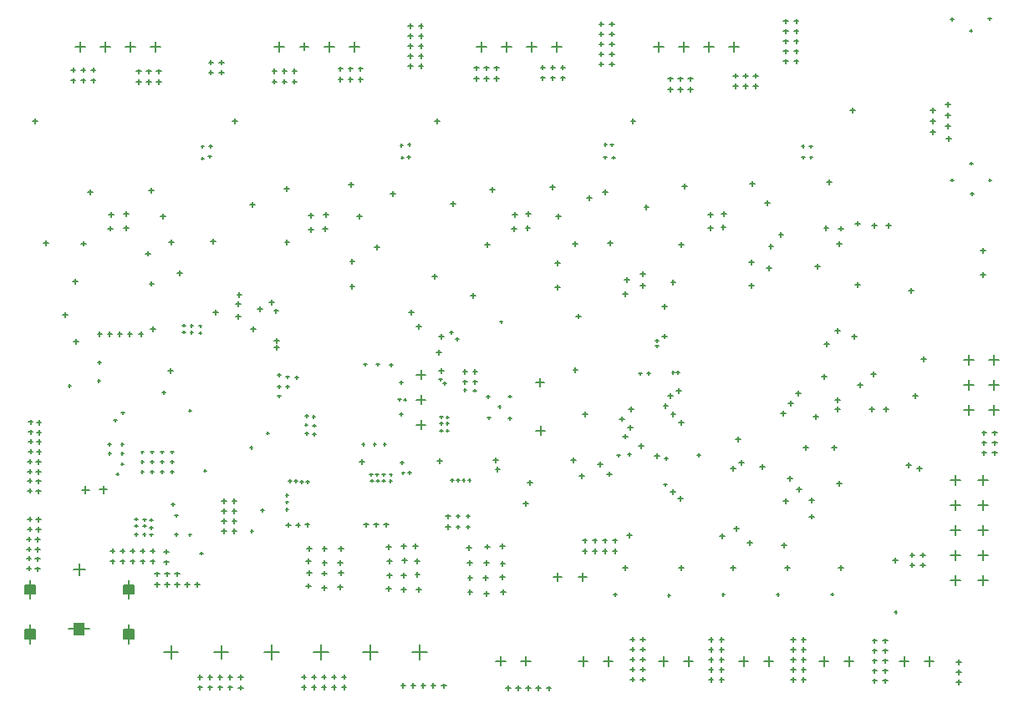
<source format=gbr>
G04 Layer_Color=128*
%FSLAX26Y26*%
%MOIN*%
%TF.FileFunction,Drillmap*%
%TF.Part,Single*%
G01*
G75*
%TA.AperFunction,NonConductor*%
%ADD317C,0.005000*%
D317*
X-2373000Y1295000D02*
X-2337000D01*
X-2355000Y1277000D02*
Y1313000D01*
X-2373000Y1195000D02*
X-2337000D01*
X-2355000Y1177000D02*
Y1213000D01*
X-2373000Y1095000D02*
X-2337000D01*
X-2355000Y1077000D02*
Y1113000D01*
X-1626236Y150843D02*
X-1588835D01*
X-1607535Y132142D02*
Y169543D01*
X-1726236Y150843D02*
X-1688835D01*
X-1707535Y132142D02*
Y169543D01*
X-1306236Y150843D02*
X-1268835D01*
X-1287535Y132142D02*
Y169543D01*
X-1406236Y150843D02*
X-1368835D01*
X-1387535Y132142D02*
Y169543D01*
X-986236Y150843D02*
X-948835D01*
X-967535Y132142D02*
Y169543D01*
X-1086236Y150843D02*
X-1048835D01*
X-1067535Y132142D02*
Y169543D01*
X-766236Y150843D02*
X-728835D01*
X-747535Y132142D02*
Y169543D01*
X-666236Y150843D02*
X-628835D01*
X-647535Y132142D02*
Y169543D01*
X-346236Y150843D02*
X-308835D01*
X-327535Y132142D02*
Y169543D01*
X-446236Y150843D02*
X-408835D01*
X-427535Y132142D02*
Y169543D01*
X-1326988Y2604843D02*
X-1287988D01*
X-1307488Y2585343D02*
Y2624343D01*
X-1426988Y2604843D02*
X-1387988D01*
X-1407488Y2585343D02*
Y2624343D01*
X-1226988Y2604843D02*
X-1187988D01*
X-1207488Y2585343D02*
Y2624343D01*
X-1126988Y2604843D02*
X-1087988D01*
X-1107488Y2585343D02*
Y2624343D01*
X-1834035Y2604843D02*
X-1795035D01*
X-1814535Y2585343D02*
Y2624343D01*
X-1934035Y2604843D02*
X-1895035D01*
X-1914535Y2585343D02*
Y2624343D01*
X-2134035Y2604843D02*
X-2095035D01*
X-2114535Y2585343D02*
Y2624343D01*
X-2034035Y2604843D02*
X-1995035D01*
X-2014535Y2585343D02*
Y2624343D01*
X-2639035Y2604843D02*
X-2600035D01*
X-2619535Y2585343D02*
Y2624343D01*
X-2739035Y2604843D02*
X-2700035D01*
X-2719535Y2585343D02*
Y2624343D01*
X-2939035Y2604843D02*
X-2900035D01*
X-2919535Y2585343D02*
Y2624343D01*
X-2835283Y2604843D02*
X-2803787D01*
X-2819535Y2589095D02*
Y2620590D01*
X-3434035Y2604843D02*
X-3395035D01*
X-3414535Y2585343D02*
Y2624343D01*
X-3534035Y2604843D02*
X-3495035D01*
X-3514535Y2585343D02*
Y2624343D01*
X-3734035Y2604843D02*
X-3695035D01*
X-3714535Y2585343D02*
Y2624343D01*
X-3634035Y2604843D02*
X-3595035D01*
X-3614535Y2585343D02*
Y2624343D01*
X-2390985Y186843D02*
X-2330985D01*
X-2360985Y156843D02*
Y216843D01*
X-2587835Y186843D02*
X-2527835D01*
X-2557835Y156843D02*
Y216843D01*
X-2981535Y186843D02*
X-2921535D01*
X-2951535Y156843D02*
Y216843D01*
X-89035Y1154842D02*
X-50035D01*
X-69535Y1135342D02*
Y1174342D01*
X-189035Y1354842D02*
X-150035D01*
X-169535Y1335342D02*
Y1374342D01*
X-89035Y1254842D02*
X-50035D01*
X-69535Y1235342D02*
Y1274342D01*
X-189035Y1154842D02*
X-150035D01*
X-169535Y1135342D02*
Y1174342D01*
X-189035Y1254842D02*
X-150035D01*
X-169535Y1235342D02*
Y1274342D01*
X-89035Y1354842D02*
X-50035D01*
X-69535Y1335342D02*
Y1374342D01*
X-1895621Y1071510D02*
X-1860621D01*
X-1878121Y1054010D02*
Y1089010D01*
X-1897035Y1263842D02*
X-1862035D01*
X-1879535Y1246342D02*
Y1281342D01*
X-2784685Y186843D02*
X-2724685D01*
X-2754685Y156843D02*
Y216843D01*
X-3179035Y186843D02*
X-3124035D01*
X-3151535Y159343D02*
Y214343D01*
X-3379035Y186843D02*
X-3324035D01*
X-3351535Y159343D02*
Y214343D01*
X-244457Y874842D02*
X-205087D01*
X-224772Y855158D02*
Y894528D01*
X-134220Y874842D02*
X-94850D01*
X-114535Y855158D02*
Y894528D01*
X-244457Y774842D02*
X-205087D01*
X-224772Y755158D02*
Y794528D01*
X-134220Y774842D02*
X-94850D01*
X-114535Y755158D02*
Y794528D01*
X-244457Y674842D02*
X-205087D01*
X-224772Y655158D02*
Y694528D01*
X-134220Y674842D02*
X-94850D01*
X-114535Y655158D02*
Y694528D01*
X-244457Y574842D02*
X-205087D01*
X-224772Y555158D02*
Y594528D01*
X-134220Y574842D02*
X-94850D01*
X-114535Y555158D02*
Y594528D01*
X-244457Y474842D02*
X-205087D01*
X-224772Y455158D02*
Y494527D01*
X-134220Y474842D02*
X-94850D01*
X-114535Y455158D02*
Y494527D01*
X-3707535Y834842D02*
X-3677535D01*
X-3692535Y819842D02*
Y849842D01*
X-3636535Y835842D02*
X-3606535D01*
X-3621535Y820842D02*
Y850842D01*
X-3540071Y277937D02*
X-3500701D01*
X-3520386Y258252D02*
Y297622D01*
X-3540071Y275937D02*
X-3500701D01*
X-3520386Y256252D02*
Y295622D01*
X-3540071Y273937D02*
X-3500701D01*
X-3520386Y254252D02*
Y293622D01*
X-3540071Y271937D02*
X-3500701D01*
X-3520386Y252252D02*
Y291622D01*
X-3540071Y269937D02*
X-3500701D01*
X-3520386Y250252D02*
Y289622D01*
X-3540071Y267937D02*
X-3500701D01*
X-3520386Y248252D02*
Y287622D01*
X-3540071Y267937D02*
X-3500701D01*
X-3520386Y248252D02*
Y287622D01*
X-3540071Y265937D02*
X-3500701D01*
X-3520386Y246252D02*
Y285622D01*
X-3540071Y263937D02*
X-3500701D01*
X-3520386Y244252D02*
Y283622D01*
X-3540071Y261937D02*
X-3500701D01*
X-3520386Y242252D02*
Y281622D01*
X-3540071Y259937D02*
X-3500701D01*
X-3520386Y240252D02*
Y279622D01*
X-3540071Y257937D02*
X-3500701D01*
X-3520386Y238252D02*
Y277622D01*
X-3540071Y261937D02*
X-3500701D01*
X-3520386Y242252D02*
Y281622D01*
X-3540071Y259937D02*
X-3500701D01*
X-3520386Y240252D02*
Y279622D01*
X-3540071Y257937D02*
X-3500701D01*
X-3520386Y238252D02*
Y277622D01*
X-3540071Y255937D02*
X-3500701D01*
X-3520386Y236252D02*
Y275622D01*
X-3540071Y253937D02*
X-3500701D01*
X-3520386Y234252D02*
Y273622D01*
X-3540071Y251937D02*
X-3500701D01*
X-3520386Y232252D02*
Y271622D01*
X-3540071Y251937D02*
X-3500701D01*
X-3520386Y232252D02*
Y271622D01*
X-3540071Y249937D02*
X-3500701D01*
X-3520386Y230252D02*
Y269622D01*
X-3540071Y247937D02*
X-3500701D01*
X-3520386Y228252D02*
Y267622D01*
X-3540071Y245937D02*
X-3500701D01*
X-3520386Y226252D02*
Y265622D01*
X-3540071Y243937D02*
X-3500701D01*
X-3520386Y224252D02*
Y263622D01*
X-3540071Y241937D02*
X-3500701D01*
X-3520386Y222252D02*
Y261622D01*
X-3540071Y259937D02*
X-3500701D01*
X-3520386Y240252D02*
Y279622D01*
X-3540071Y455102D02*
X-3500701D01*
X-3520386Y435417D02*
Y474787D01*
X-3540071Y453102D02*
X-3500701D01*
X-3520386Y433417D02*
Y472787D01*
X-3540071Y451102D02*
X-3500701D01*
X-3520386Y431417D02*
Y470787D01*
X-3540071Y449102D02*
X-3500701D01*
X-3520386Y429417D02*
Y468787D01*
X-3540071Y447102D02*
X-3500701D01*
X-3520386Y427417D02*
Y466787D01*
X-3540071Y445102D02*
X-3500701D01*
X-3520386Y425417D02*
Y464787D01*
X-3540071Y445102D02*
X-3500701D01*
X-3520386Y425417D02*
Y464787D01*
X-3540071Y443102D02*
X-3500701D01*
X-3520386Y423417D02*
Y462787D01*
X-3540071Y441102D02*
X-3500701D01*
X-3520386Y421417D02*
Y460787D01*
X-3540071Y439102D02*
X-3500701D01*
X-3520386Y419417D02*
Y458787D01*
X-3540071Y437102D02*
X-3500701D01*
X-3520386Y417417D02*
Y456787D01*
X-3540071Y435102D02*
X-3500701D01*
X-3520386Y415417D02*
Y454787D01*
X-3540071Y439102D02*
X-3500701D01*
X-3520386Y419417D02*
Y458787D01*
X-3540071Y437102D02*
X-3500701D01*
X-3520386Y417417D02*
Y456787D01*
X-3540071Y435102D02*
X-3500701D01*
X-3520386Y415417D02*
Y454787D01*
X-3540071Y433102D02*
X-3500701D01*
X-3520386Y413417D02*
Y452787D01*
X-3540071Y431102D02*
X-3500701D01*
X-3520386Y411417D02*
Y450787D01*
X-3540071Y429102D02*
X-3500701D01*
X-3520386Y409417D02*
Y448787D01*
X-3540071Y429102D02*
X-3500701D01*
X-3520386Y409417D02*
Y448787D01*
X-3540071Y427102D02*
X-3500701D01*
X-3520386Y407417D02*
Y446787D01*
X-3540071Y425102D02*
X-3500701D01*
X-3520386Y405417D02*
Y444787D01*
X-3540071Y423102D02*
X-3500701D01*
X-3520386Y403417D02*
Y442787D01*
X-3540071Y421102D02*
X-3500701D01*
X-3520386Y401417D02*
Y440787D01*
X-3540071Y419102D02*
X-3500701D01*
X-3520386Y399417D02*
Y438787D01*
X-3540071Y437102D02*
X-3500701D01*
X-3520386Y417417D02*
Y456787D01*
X-3761252Y279992D02*
X-3714008D01*
X-3737630Y256370D02*
Y303614D01*
X-3759252Y279992D02*
X-3712008D01*
X-3735630Y256370D02*
Y303614D01*
X-3757252Y279992D02*
X-3710008D01*
X-3733630Y256370D02*
Y303614D01*
X-3755252Y279992D02*
X-3708008D01*
X-3731630Y256370D02*
Y303614D01*
X-3753252Y279992D02*
X-3706008D01*
X-3729630Y256370D02*
Y303614D01*
X-3751252Y279992D02*
X-3704008D01*
X-3727630Y256370D02*
Y303614D01*
X-3751252Y279992D02*
X-3704008D01*
X-3727630Y256370D02*
Y303614D01*
X-3749252Y279992D02*
X-3702008D01*
X-3725630Y256370D02*
Y303614D01*
X-3747252Y279992D02*
X-3700008D01*
X-3723630Y256370D02*
Y303614D01*
X-3745252Y279992D02*
X-3698008D01*
X-3721630Y256370D02*
Y303614D01*
X-3743252Y279992D02*
X-3696008D01*
X-3719630Y256370D02*
Y303614D01*
X-3741252Y279992D02*
X-3694008D01*
X-3717630Y256370D02*
Y303614D01*
X-3745252Y279992D02*
X-3698008D01*
X-3721630Y256370D02*
Y303614D01*
X-3743252Y279992D02*
X-3696008D01*
X-3719630Y256370D02*
Y303614D01*
X-3741252Y279992D02*
X-3694008D01*
X-3717630Y256370D02*
Y303614D01*
X-3739252Y279992D02*
X-3692008D01*
X-3715630Y256370D02*
Y303614D01*
X-3737252Y279992D02*
X-3690008D01*
X-3713630Y256370D02*
Y303614D01*
X-3735252Y279992D02*
X-3688008D01*
X-3711630Y256370D02*
Y303614D01*
X-3735252Y279992D02*
X-3688008D01*
X-3711630Y256370D02*
Y303614D01*
X-3733252Y279992D02*
X-3686008D01*
X-3709630Y256370D02*
Y303614D01*
X-3731252Y279992D02*
X-3684008D01*
X-3707630Y256370D02*
Y303614D01*
X-3729252Y279992D02*
X-3682008D01*
X-3705630Y256370D02*
Y303614D01*
X-3727252Y279992D02*
X-3680008D01*
X-3703630Y256370D02*
Y303614D01*
X-3725252Y279992D02*
X-3678008D01*
X-3701630Y256370D02*
Y303614D01*
X-3739315Y279992D02*
X-3699945D01*
X-3719630Y260307D02*
Y299677D01*
X-3740307Y515968D02*
X-3693063D01*
X-3716685Y492346D02*
Y539591D01*
X-3933772Y259937D02*
X-3894402D01*
X-3914087Y240252D02*
Y279622D01*
X-3933772Y241937D02*
X-3894402D01*
X-3914087Y222252D02*
Y261622D01*
X-3933772Y243937D02*
X-3894402D01*
X-3914087Y224252D02*
Y263622D01*
X-3933772Y245937D02*
X-3894402D01*
X-3914087Y226252D02*
Y265622D01*
X-3933772Y247937D02*
X-3894402D01*
X-3914087Y228252D02*
Y267622D01*
X-3933772Y249937D02*
X-3894402D01*
X-3914087Y230252D02*
Y269622D01*
X-3933772Y251937D02*
X-3894402D01*
X-3914087Y232252D02*
Y271622D01*
X-3933772Y251937D02*
X-3894402D01*
X-3914087Y232252D02*
Y271622D01*
X-3933772Y253937D02*
X-3894402D01*
X-3914087Y234252D02*
Y273622D01*
X-3933772Y255937D02*
X-3894402D01*
X-3914087Y236252D02*
Y275622D01*
X-3933772Y257937D02*
X-3894402D01*
X-3914087Y238252D02*
Y277622D01*
X-3933772Y259937D02*
X-3894402D01*
X-3914087Y240252D02*
Y279622D01*
X-3933772Y261937D02*
X-3894402D01*
X-3914087Y242252D02*
Y281622D01*
X-3933772Y257937D02*
X-3894402D01*
X-3914087Y238252D02*
Y277622D01*
X-3933772Y259937D02*
X-3894402D01*
X-3914087Y240252D02*
Y279622D01*
X-3933772Y261937D02*
X-3894402D01*
X-3914087Y242252D02*
Y281622D01*
X-3933772Y263937D02*
X-3894402D01*
X-3914087Y244252D02*
Y283622D01*
X-3933772Y265937D02*
X-3894402D01*
X-3914087Y246252D02*
Y285622D01*
X-3933772Y267937D02*
X-3894402D01*
X-3914087Y248252D02*
Y287622D01*
X-3933772Y267937D02*
X-3894402D01*
X-3914087Y248252D02*
Y287622D01*
X-3933772Y269937D02*
X-3894402D01*
X-3914087Y250252D02*
Y289622D01*
X-3933772Y271937D02*
X-3894402D01*
X-3914087Y252252D02*
Y291622D01*
X-3933772Y273937D02*
X-3894402D01*
X-3914087Y254252D02*
Y293622D01*
X-3933772Y275937D02*
X-3894402D01*
X-3914087Y256252D02*
Y295622D01*
X-3933772Y277937D02*
X-3894402D01*
X-3914087Y258252D02*
Y297622D01*
X-3933772Y419102D02*
X-3894402D01*
X-3914087Y399417D02*
Y438787D01*
X-3933772Y421102D02*
X-3894402D01*
X-3914087Y401417D02*
Y440787D01*
X-3933772Y423102D02*
X-3894402D01*
X-3914087Y403417D02*
Y442787D01*
X-3933772Y425102D02*
X-3894402D01*
X-3914087Y405417D02*
Y444787D01*
X-3933772Y427102D02*
X-3894402D01*
X-3914087Y407417D02*
Y446787D01*
X-3933772Y429102D02*
X-3894402D01*
X-3914087Y409417D02*
Y448787D01*
X-3933772Y429102D02*
X-3894402D01*
X-3914087Y409417D02*
Y448787D01*
X-3933772Y431102D02*
X-3894402D01*
X-3914087Y411417D02*
Y450787D01*
X-3933772Y433102D02*
X-3894402D01*
X-3914087Y413417D02*
Y452787D01*
X-3933772Y435102D02*
X-3894402D01*
X-3914087Y415417D02*
Y454787D01*
X-3933772Y437102D02*
X-3894402D01*
X-3914087Y417417D02*
Y456787D01*
X-3933772Y439102D02*
X-3894402D01*
X-3914087Y419417D02*
Y458787D01*
X-3933772Y435102D02*
X-3894402D01*
X-3914087Y415417D02*
Y454787D01*
X-3933772Y437102D02*
X-3894402D01*
X-3914087Y417417D02*
Y456787D01*
X-3933772Y439102D02*
X-3894402D01*
X-3914087Y419417D02*
Y458787D01*
X-3933772Y441102D02*
X-3894402D01*
X-3914087Y421417D02*
Y460787D01*
X-3933772Y443102D02*
X-3894402D01*
X-3914087Y423417D02*
Y462787D01*
X-3933772Y445102D02*
X-3894402D01*
X-3914087Y425417D02*
Y464787D01*
X-3933772Y445102D02*
X-3894402D01*
X-3914087Y425417D02*
Y464787D01*
X-3933772Y447102D02*
X-3894402D01*
X-3914087Y427417D02*
Y466787D01*
X-3933772Y449102D02*
X-3894402D01*
X-3914087Y429417D02*
Y468787D01*
X-3933772Y451102D02*
X-3894402D01*
X-3914087Y431417D02*
Y470787D01*
X-3933772Y453102D02*
X-3894402D01*
X-3914087Y433417D02*
Y472787D01*
X-3933772Y455102D02*
X-3894402D01*
X-3914087Y435417D02*
Y474787D01*
X-3933772Y437102D02*
X-3894402D01*
X-3914087Y417417D02*
Y456787D01*
X-2055236Y151843D02*
X-2017835D01*
X-2036535Y133142D02*
Y170543D01*
X-1955236Y151843D02*
X-1917835D01*
X-1936535Y133142D02*
Y170543D01*
X-1728252Y486842D02*
X-1692819D01*
X-1710535Y469126D02*
Y504559D01*
X-1828252Y486842D02*
X-1792819D01*
X-1810535Y469126D02*
Y504559D01*
X-3436000Y656000D02*
X-3424000D01*
X-3430000Y650000D02*
Y662000D01*
X-3437000Y684000D02*
X-3425000D01*
X-3431000Y678000D02*
Y690000D01*
X-3437000Y715000D02*
X-3425000D01*
X-3431000Y709000D02*
Y721000D01*
X-3463000Y716000D02*
X-3451000D01*
X-3457000Y710000D02*
Y722000D01*
X-3463000Y692000D02*
X-3451000D01*
X-3457000Y686000D02*
Y698000D01*
X-3464000Y658000D02*
X-3452000D01*
X-3458000Y652000D02*
Y664000D01*
X-3496000Y658000D02*
X-3484000D01*
X-3490000Y652000D02*
Y664000D01*
X-2856000Y1283000D02*
X-2844000D01*
X-2850000Y1277000D02*
Y1289000D01*
X-2893000Y1286000D02*
X-2881000D01*
X-2887000Y1280000D02*
Y1292000D01*
X-2893000Y1247000D02*
X-2881000D01*
X-2887000Y1241000D02*
Y1253000D01*
X-2926000Y1209000D02*
X-2914000D01*
X-2920000Y1203000D02*
Y1215000D01*
X-2926000Y1248000D02*
X-2914000D01*
X-2920000Y1242000D02*
Y1254000D01*
X-2927000Y1293000D02*
X-2915000D01*
X-2921000Y1287000D02*
Y1299000D01*
X-3241000Y1489000D02*
X-3229000D01*
X-3235000Y1483000D02*
Y1495000D01*
X-3275000Y1491000D02*
X-3263000D01*
X-3269000Y1485000D02*
Y1497000D01*
X-3307000Y1492000D02*
X-3295000D01*
X-3301000Y1486000D02*
Y1498000D01*
X-3241000Y1462000D02*
X-3229000D01*
X-3235000Y1456000D02*
Y1468000D01*
X-3275000Y1463000D02*
X-3263000D01*
X-3269000Y1457000D02*
Y1469000D01*
X-3307000Y1465000D02*
X-3295000D01*
X-3301000Y1459000D02*
Y1471000D01*
X-2239000Y1463000D02*
X-2227000D01*
X-2233000Y1457000D02*
Y1469000D01*
X-2217000Y1438000D02*
X-2205000D01*
X-2211000Y1432000D02*
Y1444000D01*
X-2440000Y1138000D02*
X-2428000D01*
X-2434000Y1132000D02*
Y1144000D01*
X-2439000Y1264000D02*
X-2427000D01*
X-2433000Y1258000D02*
Y1270000D01*
X-2447000Y1196000D02*
X-2435000D01*
X-2441000Y1190000D02*
Y1202000D01*
X-2424000Y1195000D02*
X-2412000D01*
X-2418000Y1189000D02*
Y1201000D01*
X-1355000Y1304500D02*
X-1343000D01*
X-1349000Y1298500D02*
Y1310500D01*
X-1336000Y1304500D02*
X-1324000D01*
X-1330000Y1298500D02*
Y1310500D01*
X-2787000Y1058000D02*
X-2775000D01*
X-2781000Y1052000D02*
Y1064000D01*
X-2788000Y1128000D02*
X-2776000D01*
X-2782000Y1122000D02*
Y1134000D01*
X-2787000Y1092000D02*
X-2775000D01*
X-2781000Y1086000D02*
Y1098000D01*
X-2817000Y1060000D02*
X-2805000D01*
X-2811000Y1054000D02*
Y1066000D01*
X-2818000Y1095000D02*
X-2806000D01*
X-2812000Y1089000D02*
Y1101000D01*
X-2817000Y1131000D02*
X-2805000D01*
X-2811000Y1125000D02*
Y1137000D01*
X-2591000Y1017000D02*
X-2579000D01*
X-2585000Y1011000D02*
Y1023000D01*
X-2505000Y1017000D02*
X-2493000D01*
X-2499000Y1011000D02*
Y1023000D01*
X-2545000Y1018000D02*
X-2533000D01*
X-2539000Y1012000D02*
Y1024000D01*
X-2480000Y1334000D02*
X-2468000D01*
X-2474000Y1328000D02*
Y1340000D01*
X-2532000Y1336000D02*
X-2520000D01*
X-2526000Y1330000D02*
Y1342000D01*
X-2582000Y1336000D02*
X-2570000D01*
X-2576000Y1330000D02*
Y1342000D01*
X-2146000Y1232000D02*
X-2134000D01*
X-2140000Y1226000D02*
Y1238000D01*
X-2185000Y1233000D02*
X-2173000D01*
X-2179000Y1227000D02*
Y1239000D01*
X-2279000Y1072000D02*
X-2267000D01*
X-2273000Y1066000D02*
Y1078000D01*
X-2255000Y1072000D02*
X-2243000D01*
X-2249000Y1066000D02*
Y1078000D01*
X-2255000Y1101000D02*
X-2243000D01*
X-2249000Y1095000D02*
Y1107000D01*
X-2255000Y1125000D02*
X-2243000D01*
X-2249000Y1119000D02*
Y1131000D01*
X-2280000Y1100000D02*
X-2268000D01*
X-2274000Y1094000D02*
Y1106000D01*
X-2280000Y1126000D02*
X-2268000D01*
X-2274000Y1120000D02*
Y1132000D01*
X-2267000Y1261000D02*
X-2255000D01*
X-2261000Y1255000D02*
Y1267000D01*
X-2283000Y1276000D02*
X-2271000D01*
X-2277000Y1270000D02*
Y1282000D01*
X-1420000Y1430000D02*
X-1408000D01*
X-1414000Y1424000D02*
Y1436000D01*
X-1419535Y1409000D02*
X-1407535D01*
X-1413535Y1403000D02*
Y1415000D01*
X-1453000Y1300000D02*
X-1441000D01*
X-1447000Y1294000D02*
Y1306000D01*
X-1486000Y1299000D02*
X-1474000D01*
X-1480000Y1293000D02*
Y1305000D01*
X-2041000Y1506000D02*
X-2029000D01*
X-2035000Y1500000D02*
Y1512000D01*
X-3364843Y1311000D02*
X-3345157D01*
X-3355000Y1301158D02*
Y1320842D01*
X-2940843Y1403000D02*
X-2921157D01*
X-2931000Y1393158D02*
Y1412842D01*
X-2940843Y1430000D02*
X-2921157D01*
X-2931000Y1420158D02*
Y1439842D01*
X-3480535Y1456842D02*
X-3462535D01*
X-3471535Y1447842D02*
Y1465842D01*
X-3182843Y1543000D02*
X-3163157D01*
X-3173000Y1533158D02*
Y1552842D01*
X-1586535Y417842D02*
X-1574535D01*
X-1580535Y411842D02*
Y423842D01*
X-467535Y346842D02*
X-455535D01*
X-461535Y340842D02*
Y352842D01*
X-720535Y418842D02*
X-708535D01*
X-714535Y412842D02*
Y424842D01*
X-937535Y416842D02*
X-925535D01*
X-931535Y410842D02*
Y422842D01*
X-1154535Y416842D02*
X-1142535D01*
X-1148535Y410842D02*
Y422842D01*
X-1371535Y414842D02*
X-1359535D01*
X-1365535Y408842D02*
Y420842D01*
X-1252535Y973842D02*
X-1240535D01*
X-1246535Y967842D02*
Y979842D01*
X-1386535Y855842D02*
X-1374535D01*
X-1380535Y849842D02*
Y861842D01*
X-1383535Y960842D02*
X-1371535D01*
X-1377535Y954842D02*
Y966842D01*
X-1572535Y972842D02*
X-1560535D01*
X-1566535Y966842D02*
Y978842D01*
X-1528535Y976842D02*
X-1516535D01*
X-1522535Y970842D02*
Y982842D01*
X-2005535Y1208842D02*
X-1993535D01*
X-1999535Y1202842D02*
Y1214842D01*
X-2092535Y1207842D02*
X-2080535D01*
X-2086535Y1201842D02*
Y1213842D01*
X-2088535Y1122842D02*
X-2076535D01*
X-2082535Y1116842D02*
Y1128842D01*
X-2006535Y1120842D02*
X-1994535D01*
X-2000535Y1114842D02*
Y1126842D01*
X-2047535Y1166842D02*
X-2035535D01*
X-2041535Y1160842D02*
Y1172842D01*
X-1853535Y42843D02*
X-1835535D01*
X-1844535Y33843D02*
Y51843D01*
X-1895535Y43843D02*
X-1877535D01*
X-1886535Y34843D02*
Y52843D01*
X-1935535Y43843D02*
X-1917535D01*
X-1926535Y34843D02*
Y52843D01*
X-1975535Y43843D02*
X-1957535D01*
X-1966535Y34843D02*
Y52843D01*
X-2015535Y43843D02*
X-1997535D01*
X-2006535Y34843D02*
Y52843D01*
X-2272535D02*
X-2254535D01*
X-2263535Y43843D02*
Y61843D01*
X-2314535Y53843D02*
X-2296535D01*
X-2305535Y44843D02*
Y62843D01*
X-2354535Y53843D02*
X-2336535D01*
X-2345535Y44843D02*
Y62843D01*
X-2394535Y53843D02*
X-2376535D01*
X-2385535Y44843D02*
Y62843D01*
X-2434535Y53843D02*
X-2416535D01*
X-2425535Y44843D02*
Y62843D01*
X-3886535Y986842D02*
X-3868535D01*
X-3877535Y977842D02*
Y995842D01*
X-3886535Y1026842D02*
X-3868535D01*
X-3877535Y1017842D02*
Y1035842D01*
X-3920535Y988842D02*
X-3902535D01*
X-3911535Y979842D02*
Y997842D01*
X-3886535Y1063842D02*
X-3868535D01*
X-3877535Y1054842D02*
Y1072842D01*
X-3920535Y1028842D02*
X-3902535D01*
X-3911535Y1019842D02*
Y1037842D01*
X-3920535Y1065842D02*
X-3902535D01*
X-3911535Y1056842D02*
Y1074842D01*
X-3920535Y1105842D02*
X-3902535D01*
X-3911535Y1096842D02*
Y1114842D01*
X-3886535Y1103842D02*
X-3868535D01*
X-3877535Y1094842D02*
Y1112842D01*
X-3889535Y829842D02*
X-3871535D01*
X-3880535Y820842D02*
Y838842D01*
X-3889535Y869842D02*
X-3871535D01*
X-3880535Y860842D02*
Y878842D01*
X-3923535Y831842D02*
X-3905535D01*
X-3914535Y822842D02*
Y840842D01*
X-3889535Y906842D02*
X-3871535D01*
X-3880535Y897842D02*
Y915842D01*
X-3923535Y871842D02*
X-3905535D01*
X-3914535Y862842D02*
Y880842D01*
X-3923535Y908842D02*
X-3905535D01*
X-3914535Y899842D02*
Y917842D01*
X-3923535Y948842D02*
X-3905535D01*
X-3914535Y939842D02*
Y957842D01*
X-3889535Y946842D02*
X-3871535D01*
X-3880535Y937842D02*
Y955842D01*
X-3889535Y676842D02*
X-3871535D01*
X-3880535Y667842D02*
Y685842D01*
X-3889535Y716842D02*
X-3871535D01*
X-3880535Y707842D02*
Y725842D01*
X-3923535Y678842D02*
X-3905535D01*
X-3914535Y669842D02*
Y687842D01*
X-3923535Y718842D02*
X-3905535D01*
X-3914535Y709842D02*
Y727842D01*
X-3201535Y2501843D02*
X-3183535D01*
X-3192535Y2492843D02*
Y2510843D01*
X-2604535Y2473843D02*
X-2586535D01*
X-2595535Y2464843D02*
Y2482843D01*
X-2405535Y2527843D02*
X-2387535D01*
X-2396535Y2518843D02*
Y2536843D01*
X-2102535Y2477843D02*
X-2084535D01*
X-2093535Y2468843D02*
Y2486843D01*
X-1877535Y2479843D02*
X-1859535D01*
X-1868535Y2470843D02*
Y2488843D01*
X-1644535Y2534843D02*
X-1626535D01*
X-1635535Y2525843D02*
Y2543843D01*
X-866535Y2545843D02*
X-848535D01*
X-857535Y2536843D02*
Y2554843D01*
X-908535Y2545843D02*
X-890535D01*
X-899535Y2536843D02*
Y2554843D01*
X-2187535Y1307842D02*
X-2169535D01*
X-2178535Y1298842D02*
Y1316842D01*
X-2187535Y1265842D02*
X-2169535D01*
X-2178535Y1256842D02*
Y1274842D01*
X-362535Y574842D02*
X-344535D01*
X-353535Y565842D02*
Y583842D01*
X-404535Y574842D02*
X-386535D01*
X-395535Y565842D02*
Y583842D01*
X-362535Y534842D02*
X-344535D01*
X-353535Y525842D02*
Y543842D01*
X-404535Y534842D02*
X-386535D01*
X-395535Y525842D02*
Y543842D01*
X-75535Y1062842D02*
X-57535D01*
X-66535Y1053842D02*
Y1071842D01*
X-75535Y1022842D02*
X-57535D01*
X-66535Y1013842D02*
Y1031842D01*
X-117535Y1062842D02*
X-99535D01*
X-108535Y1053842D02*
Y1071842D01*
X-117535Y1022842D02*
X-99535D01*
X-108535Y1013842D02*
Y1031842D01*
X-75535Y982842D02*
X-57535D01*
X-66535Y973842D02*
Y991842D01*
X-117535Y982842D02*
X-99535D01*
X-108535Y973842D02*
Y991842D01*
X-3149535Y750842D02*
X-3131535D01*
X-3140535Y741842D02*
Y759842D01*
X-3149535Y710842D02*
X-3131535D01*
X-3140535Y701842D02*
Y719842D01*
X-3149535Y670842D02*
X-3131535D01*
X-3140535Y661842D02*
Y679842D01*
X-3593535Y591842D02*
X-3575535D01*
X-3584535Y582842D02*
Y600842D01*
X-3593535Y549842D02*
X-3575535D01*
X-3584535Y540842D02*
Y558842D01*
X-3553535Y591842D02*
X-3535535D01*
X-3544535Y582842D02*
Y600842D01*
X-3553535Y549842D02*
X-3535535D01*
X-3544535Y540842D02*
Y558842D01*
X-3513535Y591842D02*
X-3495535D01*
X-3504535Y582842D02*
Y600842D01*
X-3513535Y549842D02*
X-3495535D01*
X-3504535Y540842D02*
Y558842D01*
X-3473535Y591842D02*
X-3455535D01*
X-3464535Y582842D02*
Y600842D01*
X-3473535Y549842D02*
X-3455535D01*
X-3464535Y540842D02*
Y558842D01*
X-2830535Y46843D02*
X-2812535D01*
X-2821535Y37843D02*
Y55843D01*
X-2790535Y46843D02*
X-2772535D01*
X-2781535Y37843D02*
Y55843D01*
X-2750535Y46843D02*
X-2732535D01*
X-2741535Y37843D02*
Y55843D01*
X-2710535Y46843D02*
X-2692535D01*
X-2701535Y37843D02*
Y55843D01*
X-2670535Y46843D02*
X-2652535D01*
X-2661535Y37843D02*
Y55843D01*
X-3082535Y86843D02*
X-3064535D01*
X-3073535Y77843D02*
Y95843D01*
X-3124535Y87843D02*
X-3106535D01*
X-3115535Y78843D02*
Y96843D01*
X-3124535Y45843D02*
X-3106535D01*
X-3115535Y36843D02*
Y54843D01*
X-3164535Y87843D02*
X-3146535D01*
X-3155535Y78843D02*
Y96843D01*
X-3164535Y45843D02*
X-3146535D01*
X-3155535Y36843D02*
Y54843D01*
X-3204535Y87843D02*
X-3186535D01*
X-3195535Y78843D02*
Y96843D01*
X-3204535Y45843D02*
X-3186535D01*
X-3195535Y36843D02*
Y54843D01*
X-3244535Y87843D02*
X-3226535D01*
X-3235535Y78843D02*
Y96843D01*
X-3244535Y45843D02*
X-3226535D01*
X-3235535Y36843D02*
Y54843D01*
X-879535Y237843D02*
X-861535D01*
X-870535Y228843D02*
Y246843D01*
X-879535Y197843D02*
X-861535D01*
X-870535Y188843D02*
Y206843D01*
X-879535Y157843D02*
X-861535D01*
X-870535Y148843D02*
Y166843D01*
X-879535Y117843D02*
X-861535D01*
X-870535Y108843D02*
Y126843D01*
X-879535Y77843D02*
X-861535D01*
X-870535Y68843D02*
Y86843D01*
X-554535Y232843D02*
X-536535D01*
X-545535Y223843D02*
Y241843D01*
X-554535Y192843D02*
X-536535D01*
X-545535Y183843D02*
Y201843D01*
X-554535Y152843D02*
X-536535D01*
X-545535Y143843D02*
Y161843D01*
X-554535Y112843D02*
X-536535D01*
X-545535Y103843D02*
Y121843D01*
X-554535Y72843D02*
X-536535D01*
X-545535Y63843D02*
Y81843D01*
X-218535Y146843D02*
X-200535D01*
X-209535Y137843D02*
Y155843D01*
X-218535Y106843D02*
X-200535D01*
X-209535Y97843D02*
Y115843D01*
X-218535Y66843D02*
X-200535D01*
X-209535Y57843D02*
Y75843D01*
X-512535Y192843D02*
X-494535D01*
X-503535Y183843D02*
Y201843D01*
X-512535Y232843D02*
X-494535D01*
X-503535Y223843D02*
Y241843D01*
X-512535Y152843D02*
X-494535D01*
X-503535Y143843D02*
Y161843D01*
X-512535Y112843D02*
X-494535D01*
X-503535Y103843D02*
Y121843D01*
X-512535Y72843D02*
X-494535D01*
X-503535Y63843D02*
Y81843D01*
X-837535Y197843D02*
X-819535D01*
X-828535Y188843D02*
Y206843D01*
X-837535Y237843D02*
X-819535D01*
X-828535Y228843D02*
Y246843D01*
X-837535Y157843D02*
X-819535D01*
X-828535Y148843D02*
Y166843D01*
X-837535Y117843D02*
X-819535D01*
X-828535Y108843D02*
Y126843D01*
X-837535Y77843D02*
X-819535D01*
X-828535Y68843D02*
Y86843D01*
X-1164535Y197843D02*
X-1146535D01*
X-1155535Y188843D02*
Y206843D01*
X-1164535Y237843D02*
X-1146535D01*
X-1155535Y228843D02*
Y246843D01*
X-1164535Y157843D02*
X-1146535D01*
X-1155535Y148843D02*
Y166843D01*
X-1164535Y117843D02*
X-1146535D01*
X-1155535Y108843D02*
Y126843D01*
X-1164535Y77843D02*
X-1146535D01*
X-1155535Y68843D02*
Y86843D01*
X-1206535Y197843D02*
X-1188535D01*
X-1197535Y188843D02*
Y206843D01*
X-1206535Y237843D02*
X-1188535D01*
X-1197535Y228843D02*
Y246843D01*
X-1206535Y157843D02*
X-1188535D01*
X-1197535Y148843D02*
Y166843D01*
X-1206535Y117843D02*
X-1188535D01*
X-1197535Y108843D02*
Y126843D01*
X-1206535Y77843D02*
X-1188535D01*
X-1197535Y68843D02*
Y86843D01*
X-1478535Y198843D02*
X-1460535D01*
X-1469535Y189843D02*
Y207843D01*
X-1478535Y238843D02*
X-1460535D01*
X-1469535Y229843D02*
Y247843D01*
X-1478535Y158843D02*
X-1460535D01*
X-1469535Y149843D02*
Y167843D01*
X-1478535Y118843D02*
X-1460535D01*
X-1469535Y109843D02*
Y127843D01*
X-1478535Y78843D02*
X-1460535D01*
X-1469535Y69843D02*
Y87843D01*
X-1520535Y198843D02*
X-1502535D01*
X-1511535Y189843D02*
Y207843D01*
X-1520535Y238843D02*
X-1502535D01*
X-1511535Y229843D02*
Y247843D01*
X-1520535Y158843D02*
X-1502535D01*
X-1511535Y149843D02*
Y167843D01*
X-1520535Y118843D02*
X-1502535D01*
X-1511535Y109843D02*
Y127843D01*
X-1520535Y78843D02*
X-1502535D01*
X-1511535Y69843D02*
Y87843D01*
X-2147535Y1265842D02*
X-2129535D01*
X-2138535Y1256842D02*
Y1274842D01*
X-2147535Y1307842D02*
X-2129535D01*
X-2138535Y1298842D02*
Y1316842D01*
X-789378Y1127842D02*
X-769693D01*
X-779535Y1118000D02*
Y1137685D01*
X-703378Y1192842D02*
X-683693D01*
X-693535Y1183000D02*
Y1202685D01*
X-509378Y1156842D02*
X-489693D01*
X-499535Y1147000D02*
Y1166685D01*
X-1109535Y2446843D02*
X-1091535D01*
X-1100535Y2437843D02*
Y2455843D01*
X-1069535Y2446843D02*
X-1051535D01*
X-1060535Y2437843D02*
Y2455843D01*
X-1029535Y2446843D02*
X-1011535D01*
X-1020535Y2437843D02*
Y2455843D01*
X-2907535Y2464843D02*
X-2889535D01*
X-2898535Y2455843D02*
Y2473843D01*
X-3433535Y549842D02*
X-3415535D01*
X-3424535Y540842D02*
Y558842D01*
X-3433535Y591842D02*
X-3415535D01*
X-3424535Y582842D02*
Y600842D01*
X-2710535Y88843D02*
X-2692535D01*
X-2701535Y79843D02*
Y97843D01*
X-2670535Y88843D02*
X-2652535D01*
X-2661535Y79843D02*
Y97843D01*
X-2750535Y88843D02*
X-2732535D01*
X-2741535Y79843D02*
Y97843D01*
X-2790535Y88843D02*
X-2772535D01*
X-2781535Y79843D02*
Y97843D01*
X-2830535Y88843D02*
X-2812535D01*
X-2821535Y79843D02*
Y97843D01*
X-2255535Y729842D02*
X-2237535D01*
X-2246535Y720842D02*
Y738842D01*
X-2212441Y729842D02*
X-2200630D01*
X-2206535Y723937D02*
Y735748D01*
X-2172441Y729842D02*
X-2160630D01*
X-2166535Y723937D02*
Y735748D01*
X-2255535Y687842D02*
X-2237535D01*
X-2246535Y678842D02*
Y696842D01*
X-2212441Y687842D02*
X-2200630D01*
X-2206535Y681937D02*
Y693748D01*
X-2172441Y687842D02*
X-2160630D01*
X-2166535Y681937D02*
Y693748D01*
X-2582535Y695842D02*
X-2564535D01*
X-2573535Y686842D02*
Y704842D01*
X-2542535Y695842D02*
X-2524535D01*
X-2533535Y686842D02*
Y704842D01*
X-2502535Y695842D02*
X-2484535D01*
X-2493535Y686842D02*
Y704842D01*
X-2892535Y694842D02*
X-2874535D01*
X-2883535Y685842D02*
Y703842D01*
X-2853535Y694842D02*
X-2835535D01*
X-2844535Y685842D02*
Y703842D01*
X-2816535Y695842D02*
X-2798535D01*
X-2807535Y686842D02*
Y704842D01*
X-3107535Y790842D02*
X-3089535D01*
X-3098535Y781842D02*
Y799842D01*
X-3107535Y750842D02*
X-3089535D01*
X-3098535Y741842D02*
Y759842D01*
X-3107535Y710842D02*
X-3089535D01*
X-3098535Y701842D02*
Y719842D01*
X-3107535Y670842D02*
X-3089535D01*
X-3098535Y661842D02*
Y679842D01*
X-3149535Y790842D02*
X-3131535D01*
X-3140535Y781842D02*
Y799842D01*
X-1590535Y632842D02*
X-1572535D01*
X-1581535Y623842D02*
Y641842D01*
X-1630535Y590842D02*
X-1612535D01*
X-1621535Y581842D02*
Y599842D01*
X-1670535Y632842D02*
X-1652535D01*
X-1661535Y623842D02*
Y641842D01*
X-1710535Y632842D02*
X-1692535D01*
X-1701535Y623842D02*
Y641842D01*
X-1710535Y590842D02*
X-1692535D01*
X-1701535Y581842D02*
Y599842D01*
X-1670535Y590842D02*
X-1652535D01*
X-1661535Y581842D02*
Y599842D01*
X-1590535Y590842D02*
X-1572535D01*
X-1581535Y581842D02*
Y599842D01*
X-3378535Y545842D02*
X-3360535D01*
X-3369535Y536842D02*
Y554842D01*
X-3255535Y457842D02*
X-3237535D01*
X-3246535Y448842D02*
Y466842D01*
X-3378535Y588842D02*
X-3360535D01*
X-3369535Y579842D02*
Y597842D01*
X-3295535Y457842D02*
X-3277535D01*
X-3286535Y448842D02*
Y466842D01*
X-3335535Y457842D02*
X-3317535D01*
X-3326535Y448842D02*
Y466842D01*
X-3335535Y499842D02*
X-3317535D01*
X-3326535Y490842D02*
Y508842D01*
X-3375535Y499842D02*
X-3357535D01*
X-3366535Y490842D02*
Y508842D01*
X-3415535Y499842D02*
X-3397535D01*
X-3406535Y490842D02*
Y508842D01*
X-3415535Y457842D02*
X-3397535D01*
X-3406535Y448842D02*
Y466842D01*
X-3375535Y457842D02*
X-3357535D01*
X-3366535Y448842D02*
Y466842D01*
X-3524535Y1456842D02*
X-3506535D01*
X-3515535Y1447842D02*
Y1465842D01*
X-3564535Y1456842D02*
X-3546535D01*
X-3555535Y1447842D02*
Y1465842D01*
X-3604535Y1456842D02*
X-3586535D01*
X-3595535Y1447842D02*
Y1465842D01*
X-3644535Y1456842D02*
X-3626535D01*
X-3635535Y1447842D02*
Y1465842D01*
X-1101378Y1037842D02*
X-1081693D01*
X-1091535Y1028000D02*
Y1047685D01*
X-559378Y1295842D02*
X-539693D01*
X-549535Y1286000D02*
Y1305685D01*
X-637378Y1447842D02*
X-617693D01*
X-627535Y1438000D02*
Y1457685D01*
X-747378Y1416842D02*
X-727693D01*
X-737535Y1407000D02*
Y1426685D01*
X-755378Y1285842D02*
X-735693D01*
X-745535Y1276000D02*
Y1295685D01*
X-499378Y1891842D02*
X-479693D01*
X-489535Y1882000D02*
Y1901685D01*
X-555378Y1890842D02*
X-535693D01*
X-545535Y1881000D02*
Y1900685D01*
X-782378Y1726842D02*
X-762693D01*
X-772535Y1717000D02*
Y1736685D01*
X-697378Y1815842D02*
X-677693D01*
X-687535Y1806000D02*
Y1825685D01*
X-689378Y1878842D02*
X-669693D01*
X-679535Y1869000D02*
Y1888685D01*
X-736378Y2064843D02*
X-716693D01*
X-726535Y2055000D02*
Y2074685D01*
X-565378Y1156842D02*
X-545693D01*
X-555535Y1147000D02*
Y1166685D01*
X-703378Y1156842D02*
X-683693D01*
X-693535Y1147000D02*
Y1166685D01*
X-612378Y1253842D02*
X-592693D01*
X-602535Y1244000D02*
Y1263685D01*
X-1358378Y1137842D02*
X-1338693D01*
X-1348535Y1128000D02*
Y1147685D01*
X-1423378Y970842D02*
X-1403693D01*
X-1413535Y961000D02*
Y980685D01*
X-1392378Y1448842D02*
X-1372693D01*
X-1382535Y1439000D02*
Y1458685D01*
X-1370378Y1209842D02*
X-1350693D01*
X-1360535Y1200000D02*
Y1219685D01*
X-1388378Y1171842D02*
X-1368693D01*
X-1378535Y1162000D02*
Y1181685D01*
X-1120378Y921842D02*
X-1100693D01*
X-1110535Y912000D02*
Y931685D01*
X-1164378Y651842D02*
X-1144693D01*
X-1154535Y642000D02*
Y661685D01*
X-1086378Y943842D02*
X-1066693D01*
X-1076535Y934000D02*
Y953685D01*
X-1106378Y679842D02*
X-1086693D01*
X-1096535Y670000D02*
Y689685D01*
X-1053378Y623842D02*
X-1033693D01*
X-1043535Y614000D02*
Y633685D01*
X-915378Y614842D02*
X-895693D01*
X-905535Y605000D02*
Y624685D01*
X-807378Y728842D02*
X-787693D01*
X-797535Y719000D02*
Y738685D01*
X-856378Y837842D02*
X-836693D01*
X-846535Y828000D02*
Y847685D01*
X-890378Y1180842D02*
X-870693D01*
X-880535Y1171000D02*
Y1190685D01*
X-861378Y1221842D02*
X-841693D01*
X-851535Y1212000D02*
Y1231685D01*
X-410378Y1631842D02*
X-390693D01*
X-400535Y1622000D02*
Y1641685D01*
X-702378Y1471842D02*
X-682693D01*
X-692535Y1462000D02*
Y1481685D01*
X-622378Y1898842D02*
X-602693D01*
X-612535Y1889000D02*
Y1908685D01*
X-1329378Y800842D02*
X-1309693D01*
X-1319535Y791000D02*
Y810685D01*
X-911378Y789842D02*
X-891693D01*
X-901535Y780000D02*
Y799685D01*
X-829378Y1004842D02*
X-809693D01*
X-819535Y995000D02*
Y1014685D01*
X-715378Y1003842D02*
X-695693D01*
X-705535Y994000D02*
Y1013685D01*
X-919378Y1140842D02*
X-899693D01*
X-909535Y1131000D02*
Y1150685D01*
X-1326378Y1104842D02*
X-1306693D01*
X-1316535Y1095000D02*
Y1114685D01*
X-748378Y1880842D02*
X-728693D01*
X-738535Y1871000D02*
Y1890685D01*
X-624378Y1652842D02*
X-604693D01*
X-614535Y1643000D02*
Y1662685D01*
X-642378Y2351843D02*
X-622693D01*
X-632535Y2342000D02*
Y2361685D01*
X-260378Y2235843D02*
X-240693D01*
X-250535Y2226000D02*
Y2245685D01*
X-324378Y2350843D02*
X-304693D01*
X-314535Y2341000D02*
Y2360685D01*
X-324378Y2306843D02*
X-304693D01*
X-314535Y2297000D02*
Y2316685D01*
X-324378Y2262843D02*
X-304693D01*
X-314535Y2253000D02*
Y2272685D01*
X-264378Y2374843D02*
X-244693D01*
X-254535Y2365000D02*
Y2384685D01*
X-264378Y2330843D02*
X-244693D01*
X-254535Y2321000D02*
Y2340685D01*
X-264378Y2286843D02*
X-244693D01*
X-254535Y2277000D02*
Y2296685D01*
X-2372378Y1487842D02*
X-2352693D01*
X-2362535Y1478000D02*
Y1497685D01*
X-1929378Y864842D02*
X-1909693D01*
X-1919535Y855000D02*
Y874685D01*
X-928378Y1852842D02*
X-908693D01*
X-918535Y1843000D02*
Y1862685D01*
X-977378Y1720842D02*
X-957693D01*
X-967535Y1711000D02*
Y1730685D01*
X-3199441Y2206843D02*
X-3187630D01*
X-3193535Y2200937D02*
Y2212748D01*
X-3203441Y2165843D02*
X-3191630D01*
X-3197535Y2159937D02*
Y2171748D01*
X-3231441Y2205843D02*
X-3219630D01*
X-3225535Y2199937D02*
Y2211748D01*
X-2407441Y2213843D02*
X-2395630D01*
X-2401535Y2207937D02*
Y2219748D01*
X-2409441Y2163843D02*
X-2397630D01*
X-2403535Y2157937D02*
Y2169748D01*
X-2438441Y2209843D02*
X-2426630D01*
X-2432535Y2203937D02*
Y2215748D01*
X-1592441Y2161843D02*
X-1580630D01*
X-1586535Y2155937D02*
Y2167748D01*
X-1599441Y2212843D02*
X-1587630D01*
X-1593535Y2206937D02*
Y2218748D01*
X-1624441Y2213843D02*
X-1612630D01*
X-1618535Y2207937D02*
Y2219748D01*
X-804441Y2162843D02*
X-792630D01*
X-798535Y2156937D02*
Y2168748D01*
X-805441Y2205843D02*
X-793630D01*
X-799535Y2199937D02*
Y2211748D01*
X-837441Y2206843D02*
X-825630D01*
X-831535Y2200937D02*
Y2212748D01*
X-3034378Y1475842D02*
X-3014693D01*
X-3024535Y1466000D02*
Y1485685D01*
X-3035378Y1973842D02*
X-3015693D01*
X-3025535Y1964000D02*
Y1983685D01*
X-2237378Y1977842D02*
X-2217693D01*
X-2227535Y1968000D02*
Y1987685D01*
X-982378Y1980842D02*
X-962693D01*
X-972535Y1971000D02*
Y1990685D01*
X-1625441Y2162843D02*
X-1613630D01*
X-1619535Y2156937D02*
Y2168748D01*
X-3231441Y2158843D02*
X-3219630D01*
X-3225535Y2152937D02*
Y2164748D01*
X-1551378Y523842D02*
X-1531693D01*
X-1541535Y514000D02*
Y533685D01*
X-1326378Y522842D02*
X-1306693D01*
X-1316535Y513000D02*
Y532685D01*
X-1120378Y523842D02*
X-1100693D01*
X-1110535Y514000D02*
Y533685D01*
X-902378Y524842D02*
X-882693D01*
X-892535Y515000D02*
Y534685D01*
X-690378Y524842D02*
X-670693D01*
X-680535Y515000D02*
Y534685D01*
X-1518378Y2307843D02*
X-1498693D01*
X-1508535Y2298000D02*
Y2317685D01*
X-3106378Y2307843D02*
X-3086693D01*
X-3096535Y2298000D02*
Y2317685D01*
X-2299378Y2307843D02*
X-2279693D01*
X-2289535Y2298000D02*
Y2317685D01*
X-1533378Y653842D02*
X-1513693D01*
X-1523535Y644000D02*
Y663685D01*
X-3904378Y2307843D02*
X-3884693D01*
X-3894535Y2298000D02*
Y2317685D01*
X-2941843Y1549000D02*
X-2922157D01*
X-2932000Y1539158D02*
Y1558842D01*
X-3327378Y1701842D02*
X-3307693D01*
X-3317535Y1692000D02*
Y1711685D01*
X-3860465Y1821755D02*
X-3840780D01*
X-3850623Y1811913D02*
Y1831598D01*
X-1156378Y1937842D02*
X-1136693D01*
X-1146535Y1928000D02*
Y1947685D01*
X-1158378Y1882842D02*
X-1138693D01*
X-1148535Y1873000D02*
Y1892685D01*
X-1210378Y1934842D02*
X-1190693D01*
X-1200535Y1925000D02*
Y1944685D01*
X-1211378Y1880842D02*
X-1191693D01*
X-1201535Y1871000D02*
Y1890685D01*
X-1937378Y1935842D02*
X-1917693D01*
X-1927535Y1926000D02*
Y1945685D01*
X-1938378Y1879842D02*
X-1918693D01*
X-1928535Y1870000D02*
Y1889685D01*
X-1990378Y1932842D02*
X-1970693D01*
X-1980535Y1923000D02*
Y1942685D01*
X-1994378Y1876842D02*
X-1974693D01*
X-1984535Y1867000D02*
Y1886685D01*
X-2744378Y1933842D02*
X-2724693D01*
X-2734535Y1924000D02*
Y1943685D01*
X-2745378Y1875842D02*
X-2725693D01*
X-2735535Y1866000D02*
Y1885685D01*
X-2804378Y1931842D02*
X-2784693D01*
X-2794535Y1922000D02*
Y1941685D01*
X-2804378Y1873842D02*
X-2784693D01*
X-2794535Y1864000D02*
Y1883685D01*
X-3540378Y1935842D02*
X-3520693D01*
X-3530535Y1926000D02*
Y1945685D01*
X-3541378Y1880842D02*
X-3521693D01*
X-3531535Y1871000D02*
Y1890685D01*
X-3600378Y1933842D02*
X-3580693D01*
X-3590535Y1924000D02*
Y1943685D01*
X-3603378Y1878842D02*
X-3583693D01*
X-3593535Y1869000D02*
Y1888685D01*
X-1337378Y1229842D02*
X-1317693D01*
X-1327535Y1220000D02*
Y1239685D01*
X-2066378Y953842D02*
X-2046693D01*
X-2056535Y944000D02*
Y963685D01*
X-2058378Y915842D02*
X-2038693D01*
X-2048535Y906000D02*
Y925685D01*
X-1946378Y780842D02*
X-1926693D01*
X-1936535Y771000D02*
Y790685D01*
X-1748378Y1313842D02*
X-1728693D01*
X-1738535Y1304000D02*
Y1323685D01*
X-2599378Y946842D02*
X-2579693D01*
X-2589535Y937000D02*
Y956685D01*
X-2291378Y949842D02*
X-2271693D01*
X-2281535Y940000D02*
Y959685D01*
X-2282378Y1311842D02*
X-2262693D01*
X-2272535Y1302000D02*
Y1321685D01*
X-2294378Y1382842D02*
X-2274693D01*
X-2284535Y1373000D02*
Y1392685D01*
X-2282378Y1445842D02*
X-2262693D01*
X-2272535Y1436000D02*
Y1455685D01*
X-1486378Y1009842D02*
X-1466693D01*
X-1476535Y1000000D02*
Y1019685D01*
X-1525378Y1156842D02*
X-1505693D01*
X-1515535Y1147000D02*
Y1166685D01*
X-1562378Y1118842D02*
X-1542693D01*
X-1552535Y1109000D02*
Y1128685D01*
X-1529378Y1084842D02*
X-1509693D01*
X-1519535Y1075000D02*
Y1094685D01*
X-1551378Y1048842D02*
X-1531693D01*
X-1541535Y1039000D02*
Y1058685D01*
X-1649378Y935842D02*
X-1629693D01*
X-1639535Y926000D02*
Y945685D01*
X-1722378Y891842D02*
X-1702693D01*
X-1712535Y882000D02*
Y901685D01*
X-1756378Y953842D02*
X-1736693D01*
X-1746535Y944000D02*
Y963685D01*
X-1045378Y1743842D02*
X-1025693D01*
X-1035535Y1734000D02*
Y1753685D01*
X-1045378Y1649842D02*
X-1025693D01*
X-1035535Y1640000D02*
Y1659685D01*
X-1821378Y1739745D02*
X-1801693D01*
X-1811535Y1729903D02*
Y1749588D01*
X-1821378Y1642842D02*
X-1801693D01*
X-1811535Y1633000D02*
Y1652685D01*
X-2638378Y1646842D02*
X-2618693D01*
X-2628535Y1637000D02*
Y1656685D01*
X-2638378Y1745842D02*
X-2618693D01*
X-2628535Y1736000D02*
Y1755685D01*
X-3452378Y1778842D02*
X-3432693D01*
X-3442535Y1769000D02*
Y1788685D01*
X-3438378Y1658897D02*
X-3418693D01*
X-3428535Y1649054D02*
Y1668739D01*
X-3684378Y2024842D02*
X-3664693D01*
X-3674535Y2015000D02*
Y2034685D01*
X-3439378Y2029842D02*
X-3419693D01*
X-3429535Y2020000D02*
Y2039685D01*
X-2899378Y2037842D02*
X-2879693D01*
X-2889535Y2028000D02*
Y2047685D01*
X-2644378Y2053843D02*
X-2624693D01*
X-2634535Y2044000D02*
Y2063685D01*
X-2081378Y2034842D02*
X-2061693D01*
X-2071535Y2025000D02*
Y2044685D01*
X-1839378Y2043881D02*
X-1819693D01*
X-1829535Y2034039D02*
Y2053724D01*
X-1314378Y2047881D02*
X-1294693D01*
X-1304535Y2038039D02*
Y2057724D01*
X-1044378Y2056881D02*
X-1024693D01*
X-1034535Y2047039D02*
Y2066724D01*
X-1750378Y1817842D02*
X-1730693D01*
X-1740535Y1808000D02*
Y1827685D01*
X-1816339Y1927881D02*
X-1796654D01*
X-1806497Y1918039D02*
Y1937724D01*
X-2539378Y1803842D02*
X-2519693D01*
X-2529535Y1794000D02*
Y1813685D01*
X-2611378Y1925842D02*
X-2591693D01*
X-2601535Y1916000D02*
Y1935685D01*
X-3359378Y1824842D02*
X-3339693D01*
X-3349535Y1815000D02*
Y1834685D01*
X-3394339Y1927881D02*
X-3374654D01*
X-3384497Y1918039D02*
Y1937724D01*
X-968378Y1807842D02*
X-948693D01*
X-958535Y1798000D02*
Y1817685D01*
X-1465076Y1963144D02*
X-1445391D01*
X-1455234Y1953301D02*
Y1972986D01*
X-835441Y2162843D02*
X-823630D01*
X-829535Y2156937D02*
Y2168748D01*
X-2434441Y2161843D02*
X-2422630D01*
X-2428535Y2155937D02*
Y2167748D01*
X-1549378Y1617842D02*
X-1529693D01*
X-1539535Y1608000D02*
Y1627685D01*
X-1544378Y1673842D02*
X-1524693D01*
X-1534535Y1664000D02*
Y1683685D01*
X-1393378Y1565842D02*
X-1373693D01*
X-1383535Y1556000D02*
Y1575685D01*
X-1358378Y1662842D02*
X-1338693D01*
X-1348535Y1653000D02*
Y1672685D01*
X-1360378Y827842D02*
X-1340693D01*
X-1350535Y818000D02*
Y837685D01*
X-1613378Y898842D02*
X-1593693D01*
X-1603535Y889000D02*
Y908685D01*
X-3784378Y1532842D02*
X-3764693D01*
X-3774535Y1523000D02*
Y1542685D01*
X-3740378Y1425842D02*
X-3720693D01*
X-3730535Y1416000D02*
Y1435685D01*
X-124378Y1789842D02*
X-104693D01*
X-114535Y1780000D02*
Y1799685D01*
X-1709378Y1135842D02*
X-1689693D01*
X-1699535Y1126000D02*
Y1145685D01*
X-2475378Y2015842D02*
X-2455693D01*
X-2465535Y2006000D02*
Y2025685D01*
X-2309378Y1686842D02*
X-2289693D01*
X-2299535Y1677000D02*
Y1696685D01*
X-2156378Y1609842D02*
X-2136693D01*
X-2146535Y1600000D02*
Y1619685D01*
X-2403378Y1544842D02*
X-2383693D01*
X-2393535Y1535000D02*
Y1554685D01*
X-1609465Y1821930D02*
X-1589780D01*
X-1599623Y1812087D02*
Y1831772D01*
X-1737378Y1528842D02*
X-1717693D01*
X-1727535Y1519000D02*
Y1538685D01*
X-1481378Y1649842D02*
X-1461693D01*
X-1471535Y1640000D02*
Y1659685D01*
X-1481378Y1697842D02*
X-1461693D01*
X-1471535Y1688000D02*
Y1707685D01*
X-2101378Y1813842D02*
X-2081693D01*
X-2091535Y1804000D02*
Y1823685D01*
X-2898378Y1824842D02*
X-2878693D01*
X-2888535Y1815000D02*
Y1834685D01*
X-3088378Y1614842D02*
X-3068693D01*
X-3078535Y1605000D02*
Y1624685D01*
X-3194465Y1826755D02*
X-3174780D01*
X-3184623Y1816913D02*
Y1836598D01*
X-3743378Y1666842D02*
X-3723693D01*
X-3733535Y1657000D02*
Y1676685D01*
X-3709378Y1818842D02*
X-3689693D01*
X-3699535Y1809000D02*
Y1828685D01*
X-1327378Y1813842D02*
X-1307693D01*
X-1317535Y1804000D02*
Y1823685D01*
X-2960378Y1583842D02*
X-2940693D01*
X-2950535Y1574000D02*
Y1593685D01*
X-122378Y1693842D02*
X-102693D01*
X-112535Y1684000D02*
Y1703685D01*
X-1693378Y1999842D02*
X-1673693D01*
X-1683535Y1990000D02*
Y2009685D01*
X-1629378Y2024842D02*
X-1609693D01*
X-1619535Y2015000D02*
Y2034685D01*
X-2814378Y550842D02*
X-2794693D01*
X-2804535Y541000D02*
Y560685D01*
X-2811017Y601482D02*
X-2791332D01*
X-2801175Y591640D02*
Y611325D01*
X-2748378Y600842D02*
X-2728693D01*
X-2738535Y591000D02*
Y610685D01*
X-2748378Y543842D02*
X-2728693D01*
X-2738535Y534000D02*
Y553685D01*
X-2687378Y544842D02*
X-2667693D01*
X-2677535Y535000D02*
Y554685D01*
X-2683738Y601482D02*
X-2664053D01*
X-2673896Y591640D02*
Y611325D01*
X-2492378Y439842D02*
X-2472693D01*
X-2482535Y430000D02*
Y449685D01*
X-2491378Y492842D02*
X-2471693D01*
X-2481535Y483000D02*
Y502685D01*
X-2491378Y550842D02*
X-2471693D01*
X-2481535Y541000D02*
Y560685D01*
X-2494378Y607842D02*
X-2474693D01*
X-2484535Y598000D02*
Y617685D01*
X-2434378Y610842D02*
X-2414693D01*
X-2424535Y601000D02*
Y620685D01*
X-2431378Y552842D02*
X-2411693D01*
X-2421535Y543000D02*
Y562685D01*
X-2433378Y493842D02*
X-2413693D01*
X-2423535Y484000D02*
Y503685D01*
X-2434378Y437842D02*
X-2414693D01*
X-2424535Y428000D02*
Y447685D01*
X-2372378Y436842D02*
X-2352693D01*
X-2362535Y427000D02*
Y446685D01*
X-2378378Y495842D02*
X-2358693D01*
X-2368535Y486000D02*
Y505685D01*
X-2380378Y549842D02*
X-2360693D01*
X-2370535Y540000D02*
Y559685D01*
X-2385378Y609842D02*
X-2365693D01*
X-2375535Y600000D02*
Y619685D01*
X-2172378Y602842D02*
X-2152693D01*
X-2162535Y593000D02*
Y612685D01*
X-2170378Y543842D02*
X-2150693D01*
X-2160535Y534000D02*
Y553685D01*
X-2168378Y483842D02*
X-2148693D01*
X-2158535Y474000D02*
Y493685D01*
X-2168378Y425842D02*
X-2148693D01*
X-2158535Y416000D02*
Y435685D01*
X-2102378Y421842D02*
X-2082693D01*
X-2092535Y412000D02*
Y431685D01*
X-2106378Y484842D02*
X-2086693D01*
X-2096535Y475000D02*
Y494685D01*
X-2103378Y544842D02*
X-2083693D01*
X-2093535Y535000D02*
Y554685D01*
X-2101378Y608842D02*
X-2081693D01*
X-2091535Y599000D02*
Y618685D01*
X-2041378Y609842D02*
X-2021693D01*
X-2031535Y600000D02*
Y619685D01*
X-2038378Y540842D02*
X-2018693D01*
X-2028535Y531000D02*
Y550685D01*
X-2040378Y487842D02*
X-2020693D01*
X-2030535Y478000D02*
Y497685D01*
X-2037378Y427842D02*
X-2017693D01*
X-2027535Y418000D02*
Y437685D01*
X-3892535Y519842D02*
X-3874535D01*
X-3883535Y510842D02*
Y528842D01*
X-3892535Y559842D02*
X-3874535D01*
X-3883535Y550842D02*
Y568842D01*
X-3201535Y2541843D02*
X-3183535D01*
X-3192535Y2532843D02*
Y2550843D01*
X-3159535Y2501843D02*
X-3141535D01*
X-3150535Y2492843D02*
Y2510843D01*
X-3159535Y2541843D02*
X-3141535D01*
X-3150535Y2532843D02*
Y2550843D01*
X-1368535Y2475843D02*
X-1350535D01*
X-1359535Y2466843D02*
Y2484843D01*
X-1328535Y2475843D02*
X-1310535D01*
X-1319535Y2466843D02*
Y2484843D01*
X-1368535Y2433843D02*
X-1350535D01*
X-1359535Y2424843D02*
Y2442843D01*
X-1328535Y2433843D02*
X-1310535D01*
X-1319535Y2424843D02*
Y2442843D01*
X-1288535Y2475843D02*
X-1270535D01*
X-1279535Y2466843D02*
Y2484843D01*
X-1288535Y2433843D02*
X-1270535D01*
X-1279535Y2424843D02*
Y2442843D01*
X-1069535Y2488843D02*
X-1051535D01*
X-1060535Y2479843D02*
Y2497843D01*
X-1109535Y2488843D02*
X-1091535D01*
X-1100535Y2479843D02*
Y2497843D01*
X-1029535Y2488843D02*
X-1011535D01*
X-1020535Y2479843D02*
Y2497843D01*
X-908535Y2585843D02*
X-890535D01*
X-899535Y2576843D02*
Y2594843D01*
X-866535Y2585843D02*
X-848535D01*
X-857535Y2576843D02*
Y2594843D01*
X-908535Y2625843D02*
X-890535D01*
X-899535Y2616843D02*
Y2634843D01*
X-866535Y2625843D02*
X-848535D01*
X-857535Y2616843D02*
Y2634843D01*
X-908535Y2665843D02*
X-890535D01*
X-899535Y2656843D02*
Y2674843D01*
X-866535Y2665843D02*
X-848535D01*
X-857535Y2656843D02*
Y2674843D01*
X-908535Y2705843D02*
X-890535D01*
X-899535Y2696843D02*
Y2714843D01*
X-866535Y2705843D02*
X-848535D01*
X-857535Y2696843D02*
Y2714843D01*
X-1602535Y2534843D02*
X-1584535D01*
X-1593535Y2525843D02*
Y2543843D01*
X-1644535Y2574843D02*
X-1626535D01*
X-1635535Y2565843D02*
Y2583843D01*
X-1602535Y2574843D02*
X-1584535D01*
X-1593535Y2565843D02*
Y2583843D01*
X-1644535Y2614843D02*
X-1626535D01*
X-1635535Y2605843D02*
Y2623843D01*
X-1602535Y2614843D02*
X-1584535D01*
X-1593535Y2605843D02*
Y2623843D01*
X-1644535Y2654843D02*
X-1626535D01*
X-1635535Y2645843D02*
Y2663843D01*
X-1602535Y2654843D02*
X-1584535D01*
X-1593535Y2645843D02*
Y2663843D01*
X-1644535Y2694843D02*
X-1626535D01*
X-1635535Y2685843D02*
Y2703843D01*
X-1602535Y2694843D02*
X-1584535D01*
X-1593535Y2685843D02*
Y2703843D01*
X-1837535Y2479843D02*
X-1819535D01*
X-1828535Y2470843D02*
Y2488843D01*
X-1797535Y2479843D02*
X-1779535D01*
X-1788535Y2470843D02*
Y2488843D01*
X-1877535Y2521843D02*
X-1859535D01*
X-1868535Y2512843D02*
Y2530843D01*
X-1837535Y2521843D02*
X-1819535D01*
X-1828535Y2512843D02*
Y2530843D01*
X-1797535Y2521843D02*
X-1779535D01*
X-1788535Y2512843D02*
Y2530843D01*
X-2142535Y2477843D02*
X-2124535D01*
X-2133535Y2468843D02*
Y2486843D01*
X-2062535Y2477843D02*
X-2044535D01*
X-2053535Y2468843D02*
Y2486843D01*
X-2142535Y2519843D02*
X-2124535D01*
X-2133535Y2510843D02*
Y2528843D01*
X-2102535Y2519843D02*
X-2084535D01*
X-2093535Y2510843D02*
Y2528843D01*
X-2062535Y2519843D02*
X-2044535D01*
X-2053535Y2510843D02*
Y2528843D01*
X-2363535Y2527843D02*
X-2345535D01*
X-2354535Y2518843D02*
Y2536843D01*
X-2405535Y2567843D02*
X-2387535D01*
X-2396535Y2558843D02*
Y2576843D01*
X-2363535Y2567843D02*
X-2345535D01*
X-2354535Y2558843D02*
Y2576843D01*
X-2405535Y2607843D02*
X-2387535D01*
X-2396535Y2598843D02*
Y2616843D01*
X-2363535Y2607843D02*
X-2345535D01*
X-2354535Y2598843D02*
Y2616843D01*
X-2405535Y2647843D02*
X-2387535D01*
X-2396535Y2638843D02*
Y2656843D01*
X-2363535Y2647843D02*
X-2345535D01*
X-2354535Y2638843D02*
Y2656843D01*
X-2405535Y2687843D02*
X-2387535D01*
X-2396535Y2678843D02*
Y2696843D01*
X-2363535Y2687843D02*
X-2345535D01*
X-2354535Y2678843D02*
Y2696843D01*
X-2867535Y2464843D02*
X-2849535D01*
X-2858535Y2455843D02*
Y2473843D01*
X-2947535Y2464843D02*
X-2929535D01*
X-2938535Y2455843D02*
Y2473843D01*
X-2947535Y2506843D02*
X-2929535D01*
X-2938535Y2497843D02*
Y2515843D01*
X-2907535Y2506843D02*
X-2889535D01*
X-2898535Y2497843D02*
Y2515843D01*
X-2867535Y2506843D02*
X-2849535D01*
X-2858535Y2497843D02*
Y2515843D01*
X-2684535Y2473843D02*
X-2666535D01*
X-2675535Y2464843D02*
Y2482843D01*
X-2644535Y2473843D02*
X-2626535D01*
X-2635535Y2464843D02*
Y2482843D01*
X-2684535Y2515843D02*
X-2666535D01*
X-2675535Y2506843D02*
Y2524843D01*
X-2644535Y2515843D02*
X-2626535D01*
X-2635535Y2506843D02*
Y2524843D01*
X-2604535Y2515843D02*
X-2586535D01*
X-2595535Y2506843D02*
Y2524843D01*
X-3750535Y2469843D02*
X-3732535D01*
X-3741535Y2460843D02*
Y2478843D01*
X-3750535Y2511843D02*
X-3732535D01*
X-3741535Y2502843D02*
Y2520843D01*
X-3710535Y2469843D02*
X-3692535D01*
X-3701535Y2460843D02*
Y2478843D01*
X-3710535Y2511843D02*
X-3692535D01*
X-3701535Y2502843D02*
Y2520843D01*
X-3670535Y2469843D02*
X-3652535D01*
X-3661535Y2460843D02*
Y2478843D01*
X-3670535Y2511843D02*
X-3652535D01*
X-3661535Y2502843D02*
Y2520843D01*
X-3489535Y2463843D02*
X-3471535D01*
X-3480535Y2454843D02*
Y2472843D01*
X-3489535Y2505843D02*
X-3471535D01*
X-3480535Y2496843D02*
Y2514843D01*
X-3449535Y2463843D02*
X-3431535D01*
X-3440535Y2454843D02*
Y2472843D01*
X-3449535Y2505843D02*
X-3431535D01*
X-3440535Y2496843D02*
Y2514843D01*
X-3409535Y2463843D02*
X-3391535D01*
X-3400535Y2454843D02*
Y2472843D01*
X-3409535Y2505843D02*
X-3391535D01*
X-3400535Y2496843D02*
Y2514843D01*
X-3082535Y44843D02*
X-3064535D01*
X-3073535Y35843D02*
Y53843D01*
X-1630535Y632842D02*
X-1612535D01*
X-1621535Y623842D02*
Y641842D01*
X-806378Y794842D02*
X-786693D01*
X-796535Y785000D02*
Y804685D01*
X-696378Y859842D02*
X-676693D01*
X-686535Y850000D02*
Y869685D01*
X-419378Y933842D02*
X-399693D01*
X-409535Y924000D02*
Y943685D01*
X-377378Y919842D02*
X-357693D01*
X-367535Y910000D02*
Y929685D01*
X-894378Y880842D02*
X-874693D01*
X-884535Y871000D02*
Y890685D01*
X-1002378Y925842D02*
X-982693D01*
X-992535Y916000D02*
Y935685D01*
X-472378Y553842D02*
X-452693D01*
X-462535Y544000D02*
Y563685D01*
X-361378Y1355842D02*
X-341693D01*
X-351535Y1346000D02*
Y1365685D01*
X-3926535Y521842D02*
X-3908535D01*
X-3917535Y512842D02*
Y530842D01*
X-3892535Y596842D02*
X-3874535D01*
X-3883535Y587842D02*
Y605842D01*
X-3926535Y561842D02*
X-3908535D01*
X-3917535Y552842D02*
Y570842D01*
X-3926535Y598842D02*
X-3908535D01*
X-3917535Y589842D02*
Y607842D01*
X-3926535Y638842D02*
X-3908535D01*
X-3917535Y629842D02*
Y647842D01*
X-3892535Y636842D02*
X-3874535D01*
X-3883535Y627842D02*
Y645842D01*
X-392378Y1210842D02*
X-372693D01*
X-382535Y1201000D02*
Y1220685D01*
X-2684099Y502842D02*
X-2664414D01*
X-2674256Y493000D02*
Y512685D01*
X-2687738Y446203D02*
X-2668053D01*
X-2677896Y436360D02*
Y456045D01*
X-2748738Y445203D02*
X-2729053D01*
X-2738896Y435360D02*
Y455045D01*
X-2748738Y502203D02*
X-2729053D01*
X-2738896Y492360D02*
Y512045D01*
X-2811378Y502842D02*
X-2791693D01*
X-2801535Y493000D02*
Y512685D01*
X-2814738Y452203D02*
X-2795053D01*
X-2804896Y442360D02*
Y462045D01*
X-3092378Y1526842D02*
X-3072693D01*
X-3082535Y1517000D02*
Y1536685D01*
X-3093878Y1576342D02*
X-3074193D01*
X-3084035Y1566500D02*
Y1586185D01*
X-3434378Y1475842D02*
X-3414693D01*
X-3424535Y1466000D02*
Y1485685D01*
X-3471590Y907472D02*
X-3459590D01*
X-3465590Y901472D02*
Y913472D01*
X-3432220Y907472D02*
X-3420220D01*
X-3426220Y901472D02*
Y913472D01*
X-3392850Y907472D02*
X-3380850D01*
X-3386850Y901472D02*
Y913472D01*
X-3353480Y907472D02*
X-3341480D01*
X-3347480Y901472D02*
Y913472D01*
X-3353480Y986213D02*
X-3341480D01*
X-3347480Y980213D02*
Y992213D01*
X-3392850Y986213D02*
X-3380850D01*
X-3386850Y980213D02*
Y992213D01*
X-3432220Y986213D02*
X-3420220D01*
X-3426220Y980213D02*
Y992213D01*
X-3471590Y986213D02*
X-3459590D01*
X-3465590Y980213D02*
Y992213D01*
X-3471590Y946842D02*
X-3459590D01*
X-3465590Y940842D02*
Y952842D01*
X-3432220Y946842D02*
X-3420220D01*
X-3426220Y940842D02*
Y952842D01*
X-3353480Y946842D02*
X-3341480D01*
X-3347480Y940842D02*
Y952842D01*
X-3392850Y946842D02*
X-3380850D01*
X-3386850Y940842D02*
Y952842D01*
X-3006378Y1556842D02*
X-2986693D01*
X-2996535Y1547000D02*
Y1566685D01*
X-3281535Y1151842D02*
X-3269535D01*
X-3275535Y1145842D02*
Y1157842D01*
X-3348535Y776842D02*
X-3336535D01*
X-3342535Y770842D02*
Y782842D01*
X-3386535Y1223842D02*
X-3374535D01*
X-3380535Y1217842D02*
Y1229842D01*
X-3548535Y1142842D02*
X-3536535D01*
X-3542535Y1136842D02*
Y1148842D01*
X-3570535Y898842D02*
X-3558535D01*
X-3564535Y892842D02*
Y904842D01*
X-3336535Y732842D02*
X-3324535D01*
X-3330535Y726842D02*
Y738842D01*
X-3496535Y718842D02*
X-3484535D01*
X-3490535Y712842D02*
Y724842D01*
X-3236535Y581842D02*
X-3224535D01*
X-3230535Y575842D02*
Y587842D01*
X-3281535Y655842D02*
X-3269535D01*
X-3275535Y649842D02*
Y661842D01*
X-3578794Y1112842D02*
X-3566794D01*
X-3572794Y1106842D02*
Y1118842D01*
X-3495535Y691842D02*
X-3483535D01*
X-3489535Y685842D02*
Y697842D01*
X-92535Y2715843D02*
X-80535D01*
X-86535Y2709843D02*
Y2721843D01*
X-242535Y2714843D02*
X-230535D01*
X-236535Y2708843D02*
Y2720843D01*
X-167535Y2668843D02*
X-155535D01*
X-161535Y2662843D02*
Y2674843D01*
X-242535Y2071843D02*
X-230535D01*
X-236535Y2065843D02*
Y2077843D01*
X-91535Y2071843D02*
X-79535D01*
X-85535Y2065843D02*
Y2077843D01*
X-166535Y2138843D02*
X-154535D01*
X-160535Y2132843D02*
Y2144843D01*
X-163535Y2017842D02*
X-151535D01*
X-157535Y2011842D02*
Y2023842D01*
X-2971535Y1061842D02*
X-2959535D01*
X-2965535Y1055842D02*
Y1067842D01*
X-3037535Y1003842D02*
X-3025535D01*
X-3031535Y997842D02*
Y1009842D01*
X-3221535Y911842D02*
X-3209535D01*
X-3215535Y905842D02*
Y917842D01*
X-3642535Y1344842D02*
X-3630535D01*
X-3636535Y1338842D02*
Y1350842D01*
X-3761535Y1249842D02*
X-3749535D01*
X-3755535Y1243842D02*
Y1255842D01*
X-3644535Y1270842D02*
X-3632535D01*
X-3638535Y1264842D02*
Y1276842D01*
X-3601535Y980842D02*
X-3589535D01*
X-3595535Y974842D02*
Y986842D01*
X-3551535Y980842D02*
X-3539535D01*
X-3545535Y974842D02*
Y986842D01*
X-3551535Y938842D02*
X-3539535D01*
X-3545535Y932842D02*
Y944842D01*
X-3551535Y1017842D02*
X-3539535D01*
X-3545535Y1011842D02*
Y1023842D01*
X-3602535Y1017842D02*
X-3590535D01*
X-3596535Y1011842D02*
Y1023842D01*
X-2992535Y754842D02*
X-2980535D01*
X-2986535Y748842D02*
Y760842D01*
X-3034535Y670842D02*
X-3022535D01*
X-3028535Y664842D02*
Y676842D01*
X-2509535Y871842D02*
X-2497535D01*
X-2503535Y865842D02*
Y877842D01*
X-2532535Y871842D02*
X-2520535D01*
X-2526535Y865842D02*
Y877842D01*
X-2555535Y871842D02*
X-2543535D01*
X-2549535Y865842D02*
Y877842D01*
X-2481535Y870842D02*
X-2469535D01*
X-2475535Y864842D02*
Y876842D01*
X-2509535Y895842D02*
X-2497535D01*
X-2503535Y889842D02*
Y901842D01*
X-2480535Y895842D02*
X-2468535D01*
X-2474535Y889842D02*
Y901842D01*
X-2535535Y895842D02*
X-2523535D01*
X-2529535Y889842D02*
Y901842D01*
X-2558535Y895842D02*
X-2546535D01*
X-2552535Y889842D02*
Y901842D01*
X-2406535Y903842D02*
X-2394535D01*
X-2400535Y897842D02*
Y909842D01*
X-2431535Y902842D02*
X-2419535D01*
X-2425535Y896842D02*
Y908842D01*
X-2436535Y944842D02*
X-2424535D01*
X-2430535Y938842D02*
Y950842D01*
X-2236535Y874842D02*
X-2224535D01*
X-2230535Y868842D02*
Y880842D01*
X-2213535Y874842D02*
X-2201535D01*
X-2207535Y868842D02*
Y880842D01*
X-2190535Y874842D02*
X-2178535D01*
X-2184535Y868842D02*
Y880842D01*
X-2167535Y874842D02*
X-2155535D01*
X-2161535Y868842D02*
Y880842D01*
X-2882535Y869842D02*
X-2870535D01*
X-2876535Y863842D02*
Y875842D01*
X-2859535Y869842D02*
X-2847535D01*
X-2853535Y863842D02*
Y875842D01*
X-2836535Y867842D02*
X-2824535D01*
X-2830535Y861842D02*
Y873842D01*
X-2812535Y866842D02*
X-2800535D01*
X-2806535Y860842D02*
Y872842D01*
X-2894535Y813842D02*
X-2882535D01*
X-2888535Y807842D02*
Y819842D01*
X-2894535Y785842D02*
X-2882535D01*
X-2888535Y779842D02*
Y791842D01*
X-2894535Y757842D02*
X-2882535D01*
X-2888535Y751842D02*
Y763842D01*
X-3336535Y656842D02*
X-3324535D01*
X-3330535Y650842D02*
Y662842D01*
%TF.MD5,c50b1b4e77a83b2f73c9e82ceeae63ff*%
M02*

</source>
